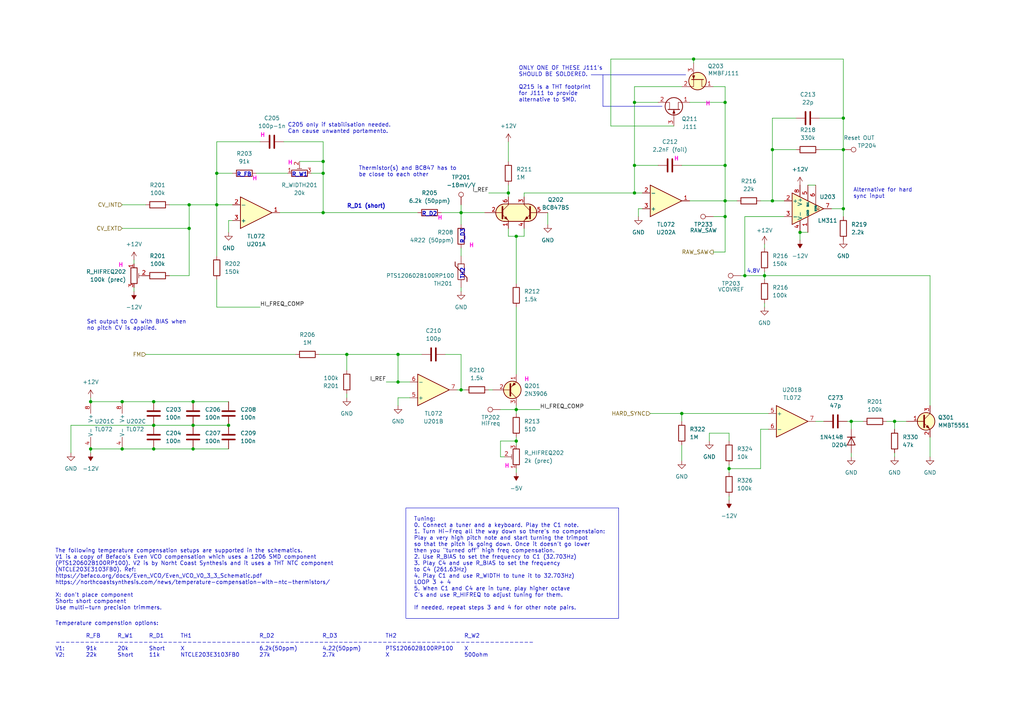
<source format=kicad_sch>
(kicad_sch (version 20231120) (generator "eeschema") (generator_version "8.0")
  (paper "User" 329.997 229.997)
  (title_block (title "VCO Core") (rev "proto v2"))
  (junction (at 69.85 66.04))
  (junction (at 104.14 68.58))
  (junction (at 163.83 62.23))
  (junction (at 219.71 133.35))
  (junction (at 128.27 114.3))
  (junction (at 29.21 129.54))
  (junction (at 60.96 73.66))
  (junction (at 274.32 135.89))
  (junction (at 234.95 151.13))
  (junction (at 104.14 55.88))
  (junction (at 248.92 64.77))
  (junction (at 233.68 69.85))
  (junction (at 39.37 144.78))
  (junction (at 271.78 48.26))
  (junction (at 128.27 123.19))
  (junction (at 49.53 144.78))
  (junction (at 246.38 88.9))
  (junction (at 69.85 55.88))
  (junction (at 73.66 137.16))
  (junction (at 62.23 137.16))
  (junction (at 240.03 88.9))
  (junction (at 257.81 74.93))
  (junction (at 62.23 144.78))
  (junction (at 39.37 129.54))
  (junction (at 223.52 19.05))
  (junction (at 60.96 66.04))
  (junction (at 271.78 67.31))
  (junction (at 49.53 137.16))
  (junction (at 166.37 132.08))
  (junction (at 166.37 142.24))
  (junction (at 104.14 52.07))
  (junction (at 233.68 33.02))
  (junction (at 148.59 68.58))
  (junction (at 29.21 144.78))
  (junction (at 148.59 125.73))
  (junction (at 248.92 48.26))
  (junction (at 62.23 129.54))
  (junction (at 271.78 38.1))
  (junction (at 204.47 53.34))
  (junction (at 111.76 114.3))
  (junction (at 204.47 62.23))
  (junction (at 204.47 33.02))
  (junction (at 288.29 135.89))
  (junction (at 233.68 64.77))
  (junction (at 49.53 129.54))
  (junction (at 233.68 53.34))
  (junction (at 166.37 76.2))
  (wire (pts (xy 54.61 88.9) (xy 60.96 88.9)))
  (wire (pts (xy 43.18 83.82) (xy 43.18 85.09)))
  (wire (pts (xy 228.6 139.7) (xy 234.95 139.7)))
  (wire (pts (xy 248.92 64.77) (xy 252.73 64.77)))
  (wire (pts (xy 104.14 52.07) (xy 104.14 55.88)))
  (wire (pts (xy 49.53 129.54) (xy 62.23 129.54)))
  (wire (pts (xy 204.47 62.23) (xy 207.01 62.23)))
  (wire (pts (xy 246.38 78.74) (xy 246.38 80.01)))
  (wire (pts (xy 233.68 27.94) (xy 233.68 33.02)))
  (wire (pts (xy 143.51 114.3) (xy 148.59 114.3)))
  (wire (pts (xy 234.95 139.7) (xy 234.95 142.24)))
  (wire (pts (xy 264.16 38.1) (xy 271.78 38.1)))
  (polyline (pts (xy 190.5 24.13) (xy 220.98 24.13)))
  (wire (pts (xy 69.85 45.72) (xy 69.85 55.88)))
  (wire (pts (xy 69.85 66.04) (xy 69.85 82.55)))
  (wire (pts (xy 22.86 137.16) (xy 49.53 137.16)))
  (wire (pts (xy 166.37 132.08) (xy 166.37 133.35)))
  (wire (pts (xy 69.85 55.88) (xy 69.85 66.04)))
  (wire (pts (xy 102.87 114.3) (xy 111.76 114.3)))
  (wire (pts (xy 233.68 81.28) (xy 229.87 81.28)))
  (wire (pts (xy 176.53 68.58) (xy 176.53 72.39)))
  (wire (pts (xy 246.38 90.17) (xy 246.38 88.9)))
  (wire (pts (xy 209.55 133.35) (xy 219.71 133.35)))
  (wire (pts (xy 238.76 88.9) (xy 240.03 88.9)))
  (wire (pts (xy 104.14 68.58) (xy 134.62 68.58)))
  (wire (pts (xy 248.92 48.26) (xy 248.92 64.77)))
  (wire (pts (xy 124.46 123.19) (xy 128.27 123.19)))
  (wire (pts (xy 168.91 73.66) (xy 168.91 76.2)))
  (wire (pts (xy 240.03 88.9) (xy 246.38 88.9)))
  (wire (pts (xy 222.25 33.02) (xy 233.68 33.02)))
  (wire (pts (xy 128.27 128.27) (xy 128.27 130.81)))
  (wire (pts (xy 271.78 38.1) (xy 271.78 48.26)))
  (wire (pts (xy 233.68 64.77) (xy 237.49 64.77)))
  (wire (pts (xy 234.95 161.29) (xy 234.95 160.02)))
  (wire (pts (xy 43.18 92.71) (xy 43.18 93.98)))
  (wire (pts (xy 163.83 45.72) (xy 163.83 52.07)))
  (wire (pts (xy 240.03 69.85) (xy 240.03 88.9)))
  (wire (pts (xy 228.6 142.24) (xy 228.6 139.7)))
  (wire (pts (xy 299.72 140.97) (xy 299.72 147.32)))
  (wire (pts (xy 49.53 137.16) (xy 62.23 137.16)))
  (wire (pts (xy 135.89 114.3) (xy 128.27 114.3)))
  (wire (pts (xy 271.78 48.26) (xy 271.78 67.31)))
  (wire (pts (xy 257.81 74.93) (xy 260.35 74.93)))
  (wire (pts (xy 168.91 63.5) (xy 168.91 62.23)))
  (wire (pts (xy 196.85 40.64) (xy 196.85 19.05)))
  (wire (pts (xy 161.29 132.08) (xy 166.37 132.08)))
  (wire (pts (xy 111.76 128.27) (xy 111.76 127)))
  (wire (pts (xy 204.47 33.02) (xy 204.47 53.34)))
  (wire (pts (xy 233.68 69.85) (xy 233.68 81.28)))
  (wire (pts (xy 111.76 114.3) (xy 128.27 114.3)))
  (wire (pts (xy 62.23 137.16) (xy 73.66 137.16)))
  (wire (pts (xy 111.76 114.3) (xy 111.76 119.38)))
  (wire (pts (xy 39.37 144.78) (xy 49.53 144.78)))
  (wire (pts (xy 233.68 53.34) (xy 233.68 64.77)))
  (wire (pts (xy 69.85 99.06) (xy 69.85 90.17)))
  (wire (pts (xy 246.38 97.79) (xy 246.38 99.06)))
  (wire (pts (xy 29.21 128.27) (xy 29.21 129.54)))
  (wire (pts (xy 257.81 77.47) (xy 257.81 74.93)))
  (wire (pts (xy 148.59 92.71) (xy 148.59 93.98)))
  (wire (pts (xy 148.59 68.58) (xy 156.21 68.58)))
  (wire (pts (xy 60.96 66.04) (xy 69.85 66.04)))
  (wire (pts (xy 205.74 67.31) (xy 205.74 69.85)))
  (wire (pts (xy 246.38 87.63) (xy 246.38 88.9)))
  (wire (pts (xy 288.29 135.89) (xy 288.29 138.43)))
  (wire (pts (xy 248.92 38.1) (xy 248.92 48.26)))
  (wire (pts (xy 132.08 128.27) (xy 128.27 128.27)))
  (wire (pts (xy 166.37 140.97) (xy 166.37 142.24)))
  (wire (pts (xy 166.37 142.24) (xy 166.37 143.51)))
  (wire (pts (xy 62.23 129.54) (xy 73.66 129.54)))
  (wire (pts (xy 256.54 48.26) (xy 248.92 48.26)))
  (wire (pts (xy 265.43 135.89) (xy 262.89 135.89)))
  (wire (pts (xy 62.23 144.78) (xy 73.66 144.78)))
  (wire (pts (xy 245.11 64.77) (xy 248.92 64.77)))
  (wire (pts (xy 142.24 68.58) (xy 148.59 68.58)))
  (wire (pts (xy 219.71 133.35) (xy 219.71 135.89)))
  (polyline (pts (xy 194.31 34.29) (xy 213.36 34.29)))
  (wire (pts (xy 39.37 66.04) (xy 46.99 66.04)))
  (wire (pts (xy 256.54 38.1) (xy 248.92 38.1)))
  (wire (pts (xy 74.93 55.88) (xy 69.85 55.88)))
  (wire (pts (xy 273.05 135.89) (xy 274.32 135.89)))
  (wire (pts (xy 163.83 59.69) (xy 163.83 62.23)))
  (wire (pts (xy 148.59 66.04) (xy 148.59 68.58)))
  (wire (pts (xy 271.78 67.31) (xy 271.78 69.85)))
  (wire (pts (xy 245.11 151.13) (xy 245.11 138.43)))
  (wire (pts (xy 219.71 53.34) (xy 233.68 53.34)))
  (wire (pts (xy 73.66 71.12) (xy 73.66 74.93)))
  (wire (pts (xy 29.21 129.54) (xy 39.37 129.54)))
  (wire (pts (xy 148.59 80.01) (xy 148.59 82.55)))
  (wire (pts (xy 69.85 66.04) (xy 74.93 66.04)))
  (wire (pts (xy 39.37 73.66) (xy 60.96 73.66)))
  (wire (pts (xy 246.38 88.9) (xy 299.72 88.9)))
  (wire (pts (xy 234.95 151.13) (xy 245.11 151.13)))
  (wire (pts (xy 60.96 66.04) (xy 60.96 73.66)))
  (wire (pts (xy 233.68 64.77) (xy 222.25 64.77)))
  (wire (pts (xy 204.47 27.94) (xy 219.71 27.94)))
  (wire (pts (xy 104.14 68.58) (xy 104.14 55.88)))
  (wire (pts (xy 161.29 142.24) (xy 166.37 142.24)))
  (wire (pts (xy 54.61 66.04) (xy 60.96 66.04)))
  (wire (pts (xy 161.29 147.32) (xy 161.29 142.24)))
  (wire (pts (xy 128.27 123.19) (xy 132.08 123.19)))
  (wire (pts (xy 234.95 149.86) (xy 234.95 151.13)))
  (wire (pts (xy 166.37 99.06) (xy 166.37 120.65)))
  (polyline (pts (xy 194.31 24.13) (xy 194.31 34.29)))
  (wire (pts (xy 223.52 19.05) (xy 223.52 20.32)))
  (wire (pts (xy 49.53 144.78) (xy 62.23 144.78)))
  (wire (pts (xy 285.75 135.89) (xy 288.29 135.89)))
  (wire (pts (xy 207.01 67.31) (xy 205.74 67.31)))
  (wire (pts (xy 163.83 76.2) (xy 166.37 76.2)))
  (wire (pts (xy 22.86 146.05) (xy 22.86 137.16)))
  (wire (pts (xy 166.37 130.81) (xy 166.37 132.08)))
  (wire (pts (xy 274.32 147.32) (xy 274.32 146.05)))
  (wire (pts (xy 128.27 114.3) (xy 128.27 123.19)))
  (wire (pts (xy 83.82 99.06) (xy 69.85 99.06)))
  (wire (pts (xy 147.32 125.73) (xy 148.59 125.73)))
  (wire (pts (xy 264.16 48.26) (xy 271.78 48.26)))
  (wire (pts (xy 274.32 135.89) (xy 274.32 138.43)))
  (wire (pts (xy 204.47 53.34) (xy 204.47 62.23)))
  (wire (pts (xy 219.71 143.51) (xy 219.71 148.59)))
  (wire (pts (xy 260.35 59.69) (xy 262.89 59.69)))
  (wire (pts (xy 166.37 76.2) (xy 168.91 76.2)))
  (wire (pts (xy 29.21 144.78) (xy 39.37 144.78)))
  (wire (pts (xy 234.95 151.13) (xy 234.95 152.4)))
  (wire (pts (xy 29.21 144.78) (xy 29.21 146.05)))
  (wire (pts (xy 288.29 146.05) (xy 288.29 147.32)))
  (wire (pts (xy 217.17 40.64) (xy 196.85 40.64)))
  (wire (pts (xy 148.59 114.3) (xy 148.59 125.73)))
  (wire (pts (xy 229.87 27.94) (xy 233.68 27.94)))
  (wire (pts (xy 163.83 62.23) (xy 163.83 63.5)))
  (wire (pts (xy 271.78 67.31) (xy 267.97 67.31)))
  (wire (pts (xy 240.03 69.85) (xy 252.73 69.85)))
  (wire (pts (xy 271.78 38.1) (xy 271.78 19.05)))
  (wire (pts (xy 104.14 55.88) (xy 100.33 55.88)))
  (wire (pts (xy 196.85 19.05) (xy 223.52 19.05)))
  (wire (pts (xy 148.59 125.73) (xy 149.86 125.73)))
  (wire (pts (xy 82.55 55.88) (xy 92.71 55.88)))
  (wire (pts (xy 204.47 27.94) (xy 204.47 33.02)))
  (wire (pts (xy 39.37 129.54) (xy 49.53 129.54)))
  (wire (pts (xy 274.32 135.89) (xy 278.13 135.89)))
  (wire (pts (xy 163.83 73.66) (xy 163.83 76.2)))
  (wire (pts (xy 148.59 68.58) (xy 148.59 72.39)))
  (wire (pts (xy 60.96 88.9) (xy 60.96 73.66)))
  (wire (pts (xy 91.44 45.72) (xy 104.14 45.72)))
  (wire (pts (xy 299.72 88.9) (xy 299.72 130.81)))
  (wire (pts (xy 245.11 138.43) (xy 247.65 138.43)))
  (wire (pts (xy 219.71 133.35) (xy 247.65 133.35)))
  (wire (pts (xy 157.48 125.73) (xy 158.75 125.73)))
  (wire (pts (xy 166.37 132.08) (xy 173.99 132.08)))
  (wire (pts (xy 46.99 114.3) (xy 95.25 114.3)))
  (wire (pts (xy 212.09 53.34) (xy 204.47 53.34)))
  (wire (pts (xy 96.52 52.07) (xy 104.14 52.07)))
  (wire (pts (xy 204.47 33.02) (xy 212.09 33.02)))
  (wire (pts (xy 166.37 151.13) (xy 166.37 152.4)))
  (wire (pts (xy 90.17 68.58) (xy 104.14 68.58)))
  (wire (pts (xy 288.29 135.89) (xy 292.1 135.89)))
  (wire (pts (xy 229.87 69.85) (xy 233.68 69.85)))
  (wire (pts (xy 162.56 147.32) (xy 161.29 147.32)))
  (wire (pts (xy 223.52 19.05) (xy 271.78 19.05)))
  (wire (pts (xy 74.93 71.12) (xy 73.66 71.12)))
  (wire (pts (xy 233.68 64.77) (xy 233.68 69.85)))
  (wire (pts (xy 168.91 62.23) (xy 204.47 62.23)))
  (wire (pts (xy 233.68 33.02) (xy 233.68 53.34)))
  (wire (pts (xy 157.48 62.23) (xy 163.83 62.23)))
  (wire (pts (xy 83.82 45.72) (xy 69.85 45.72)))
  (wire (pts (xy 104.14 45.72) (xy 104.14 52.07)))
  (wire (pts (xy 166.37 76.2) (xy 166.37 91.44)))
  (rectangle (start 130.81 163.83) (end 199.39 199.39) (fill (type color) (color 255 255 255 1)))
  (text "H" (at 162.56 151.13 0) (effects (font (size 1.27 1.27) (thickness 0.254) (bold yes)) (justify left bottom)))
  (text "R_D1 (short)" (at 111.76 67.31 0) (effects (font (size 1.27 1.27) (thickness 0.254) (bold yes)) (justify left bottom)))
  (text "R_D2" (at 135.89 69.85 0) (effects (font (size 1.27 1.27) (thickness 0.254) (bold yes)) (justify left bottom)))
  (text "H" (at 92.71 53.34 0) (effects (font (size 1.27 1.27) (thickness 0.254) (bold yes)) (justify left bottom)))
  (text "H" (at 81.28 58.42 0) (effects (font (size 1.27 1.27) (thickness 0.254) (bold yes)) (justify left bottom)))
  (text "The following temperature compensation setups are supported in the schematics.\nV1 is a copy of Befaco's Even VCO compensation which uses a 1206 SMD component \n(PTS120602B100RP100). V2 is by Norht Coast Synthesis and it uses a THT NTC component \n(NTCLE203E3103FB0). Ref:\nhttps://befaco.org/docs/Even_VCO/Even_VCO_V0_3_3_Schematic.pdf\nhttps://northcoastsynthesis.com/news/temperature-compensation-with-ntc-thermistors/\n\nX: don't place component\nShort: short component\nUse multi-turn precision trimmers." (at 17.78 196.85 0) (effects (font (size 1.27 1.27)) (justify left bottom)))
  (text "TH2" (at 149.86 90.17 90) (effects (font (size 1.27 1.27) (thickness 0.254) (bold yes)) (justify left bottom)))
  (text "H" (at 217.17 52.07 0) (effects (font (size 1.27 1.27) (thickness 0.254) (bold yes)) (justify left bottom)))
  (text "H" (at 38.1 86.36 0) (effects (font (size 1.27 1.27) (thickness 0.254) (bold yes)) (justify left bottom)))
  (text "Set output to C0 with BIAS when\nno pitch CV is applied." (at 27.94 106.68 0) (effects (font (size 1.27 1.27)) (justify left bottom)))
  (text "H" (at 227.33 34.29 0) (effects (font (size 1.27 1.27) (thickness 0.254) (bold yes)) (justify left bottom)))
  (text "R_D3" (at 149.86 78.74 90) (effects (font (size 1.27 1.27) (thickness 0.254) (bold yes)) (justify left bottom)))
  (text "H" (at 168.91 123.19 0) (effects (font (size 1.27 1.27) (thickness 0.254) (bold yes)) (justify left bottom)))
  (text "R_FB" (at 76.2 57.15 0) (effects (font (size 1.27 1.27) (thickness 0.254) (bold yes)) (justify left bottom)))
  (text "Alternative for hard \nsync input" (at 274.955 64.135 0) (effects (font (size 1.27 1.27)) (justify left bottom)))
  (text "R_W1" (at 93.98 57.15 0) (effects (font (size 1.27 1.27) (thickness 0.254) (bold yes)) (justify left bottom)))
  (text "H" (at 151.13 80.01 0) (effects (font (size 1.27 1.27) (thickness 0.254) (bold yes)) (justify left bottom)))
  (text "C205 only if stabilisation needed.\nCan cause unwanted portamento." (at 92.71 43.18 0) (effects (font (size 1.27 1.27)) (justify left bottom)))
  (text "ONLY ONE OF THESE J111's\nSHOULD BE SOLDERED.\n\nQ215 is a THT footprint\nfor J111 to provide \nalternative to SMD." (at 167.132 27.178 0) (effects (font (size 1.27 1.27)) (justify left)))
  (text "H" (at 83.82 44.45 0) (effects (font (size 1.27 1.27) (thickness 0.254) (bold yes)) (justify left bottom)))
  (text "Thermistor(s) and BC847 has to \nbe close to each other" (at 115.57 57.15 0) (effects (font (size 1.27 1.27)) (justify left bottom)))
  (text "4.8V" (at 240.665 88.265 0) (effects (font (size 1.27 1.27)) (justify left bottom)))
  (text "H" (at 140.97 71.12 0) (effects (font (size 1.27 1.27) (thickness 0.254) (bold yes)) (justify left bottom)))
  (text "Tuning:\n0. Connect a tuner and a keyboard. Play the C1 note. \n1. Turn Hi-Freq all the way down so there's no compenstaion:\nPlay a very high pitch note and start turning the trimpot\nso that the pitch is going down. Once it doesn't go lower\nthen you \"turned off\" high freq compensation.\n2. Use R_BIAS to set the frequency to C1 (32.703Hz)\n3. Play C4 and use R_BIAS to set the frequency \nto C4 (261.63Hz)\n4. Play C1 and use R_WIDTH to tune it to 32.703Hz)\nLOOP 3 + 4\n5. When C1 and C4 are in tune, play higher octave \nC's and use R_HIFREQ to adjust tuning for them.\n\nIf needed, repeat steps 3 and 4 for other note pairs." (at 133.35 196.85 0) (effects (font (size 1.27 1.27)) (justify left bottom)))
  (text "Temperature compenstion options:\n\n		R_FB	R_W1	R_D1	TH1					R_D2			R_D3			TH2					R_W2\n--------------------------------------------------------------------------------------------------\nV1: 	91k		20k		Short	X					6.2k(50ppm)		4.22(50ppm)		PTS120602B100RP100	X\nV2: 	22k		Short	11k		NTCLE203E3103FB0	27k				2.7k			X					500ohm\n" (at 17.78 212.09 0) (effects (font (size 1.27 1.27)) (justify left bottom)))
  (label "HI_FREQ_COMP" (at 173.99 132.08 0))
  (label "I_REF" (at 124.46 123.19 180))
  (label "HI_FREQ_COMP" (at 83.82 99.06 0))
  (label "I_REF" (at 157.48 62.23 180))
  (hierarchical_label "HARD_SYNC" (shape input) (at 209.55 133.35 180))
  (hierarchical_label "CV_INT" (shape input) (at 39.37 66.04 180))
  (hierarchical_label "RAW_SAW" (shape output) (at 229.87 81.28 180))
  (hierarchical_label "CV_EXT" (shape input) (at 39.37 73.66 180))
  (hierarchical_label "FM" (shape input) (at 46.99 114.3 180))
  (symbol (lib_id "Device:C") (at 49.53 133.35 0) (unit 1)
    (property "Reference" "C203" (at 53.34 132.08 0) (effects (justify left)))
    (property "Value" "100n" (at 53.34 134.62 0) (effects (justify left)))
    (property "Footprint" "Capacitor_SMD:C_0603_1608Metric" (effects (hide yes)))
    (property "LCSC" "C14663" (effects (hide yes)))
    (instances (project "A-psu-voice-proto-4l" (path "" (reference "C203") (unit 1))) (project "core-rev-3" (path "" (reference "C201") (unit 1)) (path "" (reference "C211") (unit 1))) (project "hog-v2-voice-proto" (path "" (reference "C203") (unit 1))))
  )
  (symbol (lib_id "power:+12V") (at 43.18 83.82 0) (unit 1)
    (property "Reference" "#PWR0380" (effects (hide yes)))
    (property "Value" "+12V" (at 43.18 78.74 0))
    (instances (project "core-rev-3" (path "" (reference "#PWR0380") (unit 1)) (path "" (reference "#PWR0381") (unit 1))))
  )
  (symbol (lib_id "PCM_Transistor_BJT_AKL:BC847") (at 297.18 135.89 0) (unit 1)
    (property "Reference" "Q301" (at 302.26 134.62 0) (effects (justify left)))
    (property "Value" "MMBT5551" (at 302.26 137.16 0) (effects (justify left)))
    (property "Footprint" "Package_TO_SOT_SMD:SOT-23" (effects (hide yes)))
    (property "Datasheet" "https://datasheet.lcsc.com/lcsc/2304140030_Jiangsu-Changjing-Electronics-Technology-Co---Ltd--MMBT5551_C2145.pdf" (effects (hide yes)))
    (property "LCSC" "C2145" (effects (hide yes)))
    (instances (project "A-psu-voice-proto-4l" (path "" (reference "Q301") (unit 1))) (project "core-rev-3" (path "" (reference "Q213") (unit 1)) (path "" (reference "Q214") (unit 1))))
  )
  (symbol (lib_id "Device:R") (at 138.43 68.58 90) (unit 1) (in_bom no)
    (property "Reference" "R205" (at 138.43 62.23 90))
    (property "Value" "6.2k (50ppm)" (at 138.43 64.77 90))
    (property "Footprint" "Shmoergh_Custom_Footprints:R_Axial_DIN0207_L6.3mm_D2.5mm_P7.62mm_Horizontal" (effects (hide yes)))
    (property "Hestore" "https://www.hestore.hu/prod_10020536.html" (effects (hide yes)))
    (instances (project "A-psu-voice-proto-4l" (path "" (reference "R205") (unit 1))) (project "core-rev-3" (path "" (reference "R204") (unit 1)) (path "" (reference "R219") (unit 1))) (project "hog-v2-voice-proto" (path "" (reference "R205") (unit 1))))
  )
  (symbol (lib_id "Device:C") (at 49.53 140.97 0) (unit 1)
    (property "Reference" "C204" (at 53.34 139.7 0) (effects (justify left)))
    (property "Value" "100n" (at 53.34 142.24 0) (effects (justify left)))
    (property "Footprint" "Capacitor_SMD:C_0603_1608Metric" (effects (hide yes)))
    (property "LCSC" "C14663" (effects (hide yes)))
    (instances (project "A-psu-voice-proto-4l" (path "" (reference "C204") (unit 1))) (project "core-rev-3" (path "" (reference "C202") (unit 1)) (path "" (reference "C212") (unit 1))) (project "hog-v2-voice-proto" (path "" (reference "C204") (unit 1))))
  )
  (symbol (lib_id "Connector:TestPoint") (at 271.78 48.26 270) (unit 1) (in_bom no)
    (property "Reference" "TP204" (at 279.4 46.99 90))
    (property "Value" "Reset OUT" (at 276.86 44.45 90))
    (property "Footprint" "TestPoint:TestPoint_THTPad_2.0x2.0mm_Drill1.0mm" (effects (hide yes)))
    (instances (project "core-rev-3" (path "" (reference "TP204") (unit 1)) (path "" (reference "TP208") (unit 1))))
  )
  (symbol (lib_id "power:GND") (at 22.86 146.05 0) (unit 1)
    (property "Reference" "#PWR039" (effects (hide yes)))
    (property "Value" "GND" (at 22.86 151.13 0))
    (instances (project "A-psu-voice-proto-4l" (path "" (reference "#PWR039") (unit 1))) (project "core-rev-3" (path "" (reference "#PWR0212") (unit 1)) (path "" (reference "#PWR0229") (unit 1))) (project "hog-v2-voice-proto" (path "" (reference "#PWR0201") (unit 1))))
  )
  (symbol (lib_id "PCM_Transistor_BJT_AKL:BC847BS") (at 166.37 68.58 0) (unit 1)
    (property "Reference" "Q202" (at 179.07 64.3891 0))
    (property "Value" "BC847BS" (at 179.07 66.9291 0))
    (property "Footprint" "Package_TO_SOT_SMD:SOT-363_SC-70-6_Handsoldering" (effects (hide yes)))
    (property "Datasheet" "https://www.tme.eu/Document/82748fbc26f250e671ae2786c3be5a04/BC847BS.115.pdf" (effects (hide yes)))
    (property "LCSC" "C699265" (effects (hide yes)))
    (instances (project "A-psu-voice-proto-4l" (path "" (reference "Q202") (unit 1))) (project "core-rev-3" (path "" (reference "Q202") (unit 1)) (path "" (reference "Q205") (unit 1))) (project "hog-v2-voice-proto" (path "" (reference "Q202") (unit 1))))
  )
  (symbol (lib_id "Device:C") (at 269.24 135.89 90) (unit 1)
    (property "Reference" "C273" (at 269.24 128.27 90))
    (property "Value" "47p" (at 269.24 130.81 90))
    (property "Footprint" "Capacitor_SMD:C_0603_1608Metric" (effects (hide yes)))
    (property "LCSC" "C1671" (effects (hide yes)))
    (instances (project "core-rev-3" (path "" (reference "C273") (unit 1)) (path "" (reference "C274") (unit 1))))
  )
  (symbol (lib_id "Device:C") (at 62.23 133.35 0) (unit 1)
    (property "Reference" "C206" (at 66.04 132.08 0) (effects (justify left)))
    (property "Value" "100n" (at 66.04 134.62 0) (effects (justify left)))
    (property "Footprint" "Capacitor_SMD:C_0603_1608Metric" (effects (hide yes)))
    (property "LCSC" "C14663" (effects (hide yes)))
    (instances (project "A-psu-voice-proto-4l" (path "" (reference "C206") (unit 1))) (project "core-rev-3" (path "" (reference "C203") (unit 1)) (path "" (reference "C213") (unit 1))) (project "hog-v2-voice-proto" (path "" (reference "C206") (unit 1))))
  )
  (symbol (lib_id "power:GND") (at 148.59 93.98 0) (unit 1)
    (property "Reference" "#PWR049" (effects (hide yes)))
    (property "Value" "GND" (at 148.59 99.06 0))
    (instances (project "A-psu-voice-proto-4l" (path "" (reference "#PWR049") (unit 1))) (project "core-rev-3" (path "" (reference "#PWR0216") (unit 1)) (path "" (reference "#PWR0233") (unit 1))) (project "hog-v2-voice-proto" (path "" (reference "#PWR0211") (unit 1))))
  )
  (symbol (lib_id "Device:R") (at 246.38 83.82 180) (unit 1)
    (property "Reference" "R216" (at 248.92 82.55 0) (effects (justify right)))
    (property "Value" "150k" (at 248.92 85.09 0) (effects (justify right)))
    (property "Footprint" "Resistor_SMD:R_0603_1608Metric" (effects (hide yes)))
    (property "LCSC" "C22807" (effects (hide yes)))
    (instances (project "A-psu-voice-proto-4l" (path "" (reference "R216") (unit 1))) (project "core-rev-3" (path "" (reference "R212") (unit 1)) (path "" (reference "R227") (unit 1))) (project "hog-v2-voice-proto" (path "" (reference "R216") (unit 1))))
  )
  (symbol (lib_id "power:GND") (at 176.53 72.39 0) (unit 1)
    (property "Reference" "#PWR055" (effects (hide yes)))
    (property "Value" "GND" (at 176.53 77.47 0))
    (instances (project "A-psu-voice-proto-4l" (path "" (reference "#PWR055") (unit 1))) (project "core-rev-3" (path "" (reference "#PWR0221") (unit 1)) (path "" (reference "#PWR0238") (unit 1))) (project "hog-v2-voice-proto" (path "" (reference "#PWR0217") (unit 1))))
  )
  (symbol (lib_id "Device:R") (at 241.3 64.77 90) (unit 1)
    (property "Reference" "R216" (at 241.3 58.42 90))
    (property "Value" "22k" (at 241.3 60.96 90))
    (property "Footprint" "Resistor_SMD:R_0603_1608Metric" (effects (hide yes)))
    (property "LCSC" "C31850" (effects (hide yes)))
    (instances (project "A-psu-voice-proto-4l" (path "" (reference "R216") (unit 1))) (project "core-rev-3" (path "" (reference "R211") (unit 1)) (path "" (reference "R226") (unit 1))) (project "hog-v2-voice-proto" (path "" (reference "R216") (unit 1))))
  )
  (symbol (lib_id "Device:R_Potentiometer_Trim") (at 166.37 147.32 180) (unit 1) (in_bom no)
    (property "Reference" "R_HIFREQ202" (at 168.91 146.05 0) (effects (justify right)))
    (property "Value" "2k (prec)" (at 168.91 148.59 0) (effects (justify right)))
    (property "Footprint" "Potentiometer_THT:Potentiometer_Bourns_3006P_Horizontal" (effects (hide yes)))
    (property "Arwill" "https://arwill.hu/termekek/passziv-alkatreszek/trimmer-potmeterek/7401/2-2k-helitrimmer-potmeter-198436/" (effects (hide yes)))
    (instances (project "A-psu-voice-proto-4l" (path "" (reference "R_HIFREQ202") (unit 1))) (project "core-rev-3" (path "" (reference "R_HIFREQ201") (unit 1)) (path "" (reference "R_HIFREQ202") (unit 1))) (project "hog-v2-voice-proto" (path "" (reference "R_HIFREQ202") (unit 1))))
  )
  (symbol (lib_id "Device:R") (at 111.76 123.19 180) (unit 1)
    (property "Reference" "R201" (at 106.68 124.46 0))
    (property "Value" "100k" (at 106.68 121.92 0))
    (property "Footprint" "Resistor_SMD:R_0603_1608Metric" (effects (hide yes)))
    (property "LCSC" "C25803" (effects (hide yes)))
    (instances (project "A-psu-voice-proto-4l" (path "" (reference "R201") (unit 1))) (project "core-rev-3" (path "" (reference "R339") (unit 1)) (path "" (reference "R340") (unit 1))) (project "hog-v2-voice-proto" (path "" (reference "R201") (unit 1))))
  )
  (symbol (lib_id "Device:R_Potentiometer_Trim") (at 96.52 55.88 90) (unit 1) (in_bom no)
    (property "Reference" "R_WIDTH201" (at 96.52 59.69 90))
    (property "Value" "20k" (at 96.52 62.23 90))
    (property "Footprint" "Potentiometer_THT:Potentiometer_Bourns_3006P_Horizontal" (effects (hide yes)))
    (property "Arwill" "https://arwill.hu/termekek/passziv-alkatreszek/trimmer-potmeterek/7401/20k-helitrimmer-potmeter-850118/" (effects (hide yes)))
    (instances (project "A-psu-voice-proto-4l" (path "" (reference "R_WIDTH201") (unit 1))) (project "core-rev-3" (path "" (reference "R_WIDTH201") (unit 1)) (path "" (reference "R_WIDTH202") (unit 1))) (project "hog-v2-voice-proto" (path "" (reference "R_WIDTH201") (unit 1))))
  )
  (symbol (lib_id "Device:R_Potentiometer_Trim") (at 43.18 88.9 0) (unit 1) (in_bom no)
    (property "Reference" "R_HIFREQ202" (at 40.64 87.63 0) (effects (justify right)))
    (property "Value" "100k (prec)" (at 40.64 90.17 0) (effects (justify right)))
    (property "Footprint" "Potentiometer_THT:Potentiometer_Bourns_3006P_Horizontal" (effects (hide yes)))
    (property "Arwill" "https://arwill.hu/termekek/passziv-alkatreszek/trimmer-potmeterek/7401/2-2k-helitrimmer-potmeter-198436/" (effects (hide yes)))
    (instances (project "A-psu-voice-proto-4l" (path "" (reference "R_HIFREQ202") (unit 1))) (project "core-rev-3" (path "" (reference "R_BIAS203") (unit 1)) (path "" (reference "R_BIAS201") (unit 1))) (project "hog-v2-voice-proto" (path "" (reference "R_HIFREQ202") (unit 1))))
  )
  (symbol (lib_id "Device:R") (at 148.59 76.2 0) (unit 1) (in_bom no)
    (property "Reference" "R208" (at 140.97 74.93 0) (effects (justify left)))
    (property "Value" "4R22 (50ppm)" (at 132.08 77.47 0) (effects (justify left)))
    (property "Footprint" "Shmoergh_Custom_Footprints:R_Axial_DIN0207_L6.3mm_D2.5mm_P7.62mm_Horizontal" (effects (hide yes)))
    (property "Hestore" "https://www.hestore.hu/prod_10034264.html" (effects (hide yes)))
    (property "Mouser" "https://hu.mouser.com/ProductDetail/YAGEO/MFR50SFTE52-4R22?qs=UFD7vfw3J8rJKelB1vtMtA%3D%3D" (effects (hide yes)))
    (instances (project "A-psu-voice-proto-4l" (path "" (reference "R208") (unit 1))) (project "core-rev-3" (path "" (reference "R206") (unit 1)) (path "" (reference "R221") (unit 1))) (project "hog-v2-voice-proto" (path "" (reference "R208") (unit 1))))
  )
  (symbol (lib_id "Amplifier_Operational:TL072") (at 41.91 137.16 0) (unit 3)
    (property "Reference" "U202" (at 40.64 135.89 0) (effects (justify left)))
    (property "Value" "TL072" (at 40.64 138.43 0) (effects (justify left)))
    (property "Footprint" "Package_SO:SOIC-8_3.9x4.9mm_P1.27mm" (effects (hide yes)))
    (property "Datasheet" "http://www.ti.com/lit/ds/symlink/tl071.pdf" (effects (hide yes)))
    (property "LCSC" "C6961" (effects (hide yes)))
    (instances (project "A-psu-voice-proto-4l" (path "" (reference "U202") (unit 3))) (project "core-rev-3" (path "" (reference "U202") (unit 3)) (path "" (reference "U205") (unit 3))) (project "hog-v2-voice-proto" (path "" (reference "U202") (unit 3))))
  )
  (symbol (lib_id "Device:R") (at 234.95 146.05 0) (unit 1)
    (property "Reference" "R324" (at 237.49 144.78 0) (effects (justify left)))
    (property "Value" "10k" (at 237.49 147.32 0) (effects (justify left)))
    (property "Footprint" "Resistor_SMD:R_0603_1608Metric" (effects (hide yes)))
    (property "LCSC" "C25804" (effects (hide yes)))
    (instances (project "core-rev-3" (path "" (reference "R324") (unit 1)) (path "" (reference "R325") (unit 1))))
  )
  (symbol (lib_id "Device:R") (at 166.37 137.16 0) (unit 1)
    (property "Reference" "R213" (at 168.91 135.89 0) (effects (justify left)))
    (property "Value" "510" (at 168.91 138.43 0) (effects (justify left)))
    (property "Footprint" "Resistor_SMD:R_0603_1608Metric" (effects (hide yes)))
    (property "LCSC" "C23193" (effects (hide yes)))
    (instances (project "A-psu-voice-proto-4l" (path "" (reference "R213") (unit 1))) (project "core-rev-3" (path "" (reference "R210") (unit 1)) (path "" (reference "R225") (unit 1))) (project "hog-v2-voice-proto" (path "" (reference "R213") (unit 1))))
  )
  (symbol (lib_id "power:-12V") (at 29.21 146.05 180) (unit 1)
    (property "Reference" "#PWR041" (effects (hide yes)))
    (property "Value" "-12V" (at 29.21 151.13 0))
    (instances (project "A-psu-voice-proto-4l" (path "" (reference "#PWR041") (unit 1))) (project "core-rev-3" (path "" (reference "#PWR0214") (unit 1)) (path "" (reference "#PWR0231") (unit 1))) (project "hog-v2-voice-proto" (path "" (reference "#PWR0203") (unit 1))))
  )
  (symbol (lib_id "Device:R") (at 78.74 55.88 90) (unit 1) (in_bom no)
    (property "Reference" "R203" (at 78.74 49.53 90))
    (property "Value" "91k" (at 78.74 52.07 90))
    (property "Footprint" "Shmoergh_Custom_Footprints:R_Axial_DIN0207_L6.3mm_D2.5mm_P7.62mm_Horizontal" (effects (hide yes)))
    (property "Hestore" "https://www.hestore.hu/prod_10020570.html" (effects (hide yes)))
    (instances (project "A-psu-voice-proto-4l" (path "" (reference "R203") (unit 1))) (project "core-rev-3" (path "" (reference "R203") (unit 1)) (path "" (reference "R218") (unit 1))) (project "hog-v2-voice-proto" (path "" (reference "R203") (unit 1))))
  )
  (symbol (lib_id "Connector:TestPoint") (at 161.29 132.08 90) (unit 1) (in_bom no)
    (property "Reference" "TP202" (at 158.115 134.62 90))
    (property "Value" "HiFreq" (at 158.115 136.525 90))
    (property "Footprint" "TestPoint:TestPoint_THTPad_2.0x2.0mm_Drill1.0mm" (effects (hide yes)))
    (instances (project "core-rev-3" (path "" (reference "TP202") (unit 1)) (path "" (reference "TP206") (unit 1))))
  )
  (symbol (lib_id "power:+12V") (at 163.83 45.72 0) (unit 1)
    (property "Reference" "#PWR054" (effects (hide yes)))
    (property "Value" "+12V" (at 163.83 40.64 0))
    (instances (project "A-psu-voice-proto-4l" (path "" (reference "#PWR054") (unit 1))) (project "core-rev-3" (path "" (reference "#PWR0220") (unit 1)) (path "" (reference "#PWR0237") (unit 1))) (project "hog-v2-voice-proto" (path "" (reference "#PWR0216") (unit 1))))
  )
  (symbol (lib_id "power:-12V") (at 234.95 161.29 180) (unit 1)
    (property "Reference" "#PWR0388" (effects (hide yes)))
    (property "Value" "-12V" (at 234.95 166.37 0))
    (instances (project "core-rev-3" (path "" (reference "#PWR0388") (unit 1)) (path "" (reference "#PWR0389") (unit 1))))
  )
  (symbol (lib_id "power:-12V") (at 257.81 77.47 180) (unit 1)
    (property "Reference" "#PWR041" (effects (hide yes)))
    (property "Value" "-12V" (at 257.81 82.55 0))
    (instances (project "A-psu-voice-proto-4l" (path "" (reference "#PWR041") (unit 1))) (project "core-rev-3" (path "" (reference "#PWR0226") (unit 1)) (path "" (reference "#PWR0243") (unit 1))) (project "hog-v2-voice-proto" (path "" (reference "#PWR0203") (unit 1))))
  )
  (symbol (lib_id "Device:C") (at 139.7 114.3 90) (unit 1)
    (property "Reference" "C210" (at 139.7 106.68 90))
    (property "Value" "100p" (at 139.7 109.22 90))
    (property "Footprint" "Capacitor_SMD:C_0603_1608Metric" (effects (hide yes)))
    (property "LCSC" "C14858" (effects (hide yes)))
    (instances (project "A-psu-voice-proto-4l" (path "" (reference "C210") (unit 1))) (project "core-rev-3" (path "" (reference "C208") (unit 1)) (path "" (reference "C218") (unit 1))) (project "hog-v2-voice-proto" (path "" (reference "C210") (unit 1))))
  )
  (symbol (lib_id "power:+12V") (at 29.21 128.27 0) (unit 1)
    (property "Reference" "#PWR040" (effects (hide yes)))
    (property "Value" "+12V" (at 29.21 123.19 0))
    (instances (project "A-psu-voice-proto-4l" (path "" (reference "#PWR040") (unit 1))) (project "core-rev-3" (path "" (reference "#PWR0213") (unit 1)) (path "" (reference "#PWR0230") (unit 1))) (project "hog-v2-voice-proto" (path "" (reference "#PWR0202") (unit 1))))
  )
  (symbol (lib_id "Device:C") (at 215.9 53.34 90) (unit 1) (in_bom no)
    (property "Reference" "C212" (at 215.9 45.72 90))
    (property "Value" "2.2nF (foil)" (at 215.9 48.26 90))
    (property "Footprint" "Capacitor_THT:C_Rect_L7.2mm_W2.5mm_P5.00mm_FKS2_FKP2_MKS2_MKP2" (effects (hide yes)))
    (property "Hestore" "https://www.hestore.hu/prod_10022498.html" (effects (hide yes)))
    (instances (project "A-psu-voice-proto-4l" (path "" (reference "C212") (unit 1))) (project "core-rev-3" (path "" (reference "C209") (unit 1)) (path "" (reference "C219") (unit 1))) (project "hog-v2-voice-proto" (path "" (reference "C212") (unit 1))))
  )
  (symbol (lib_id "Amplifier_Operational:TL072") (at 214.63 64.77 0) (mirror x) (unit 1)
    (property "Reference" "U202" (at 214.63 74.93 0))
    (property "Value" "TL072" (at 214.63 72.39 0))
    (property "Footprint" "Package_SO:SOIC-8_3.9x4.9mm_P1.27mm" (effects (hide yes)))
    (property "Datasheet" "http://www.ti.com/lit/ds/symlink/tl071.pdf" (effects (hide yes)))
    (property "LCSC" "C6961" (effects (hide yes)))
    (instances (project "A-psu-voice-proto-4l" (path "" (reference "U202") (unit 1))) (project "core-rev-3" (path "" (reference "U202") (unit 1)) (path "" (reference "U205") (unit 1))) (project "hog-v2-voice-proto" (path "" (reference "U202") (unit 1))))
  )
  (symbol (lib_id "Device:R") (at 50.8 66.04 90) (unit 1)
    (property "Reference" "R201" (at 50.8 59.69 90))
    (property "Value" "100k" (at 50.8 62.23 90))
    (property "Footprint" "Resistor_SMD:R_0603_1608Metric" (effects (hide yes)))
    (property "LCSC" "C25803" (effects (hide yes)))
    (instances (project "A-psu-voice-proto-4l" (path "" (reference "R201") (unit 1))) (project "core-rev-3" (path "" (reference "R201") (unit 1)) (path "" (reference "R216") (unit 1))) (project "hog-v2-voice-proto" (path "" (reference "R201") (unit 1))))
  )
  (symbol (lib_id "Amplifier_Operational:TL072") (at 82.55 68.58 0) (mirror x) (unit 1)
    (property "Reference" "U201" (at 82.55 78.74 0))
    (property "Value" "TL072" (at 82.55 76.2 0))
    (property "Footprint" "Package_SO:SOIC-8_3.9x4.9mm_P1.27mm" (effects (hide yes)))
    (property "Datasheet" "http://www.ti.com/lit/ds/symlink/tl071.pdf" (effects (hide yes)))
    (property "LCSC" "C6961" (effects (hide yes)))
    (instances (project "A-psu-voice-proto-4l" (path "" (reference "U201") (unit 1))) (project "core-rev-3" (path "" (reference "U201") (unit 1)) (path "" (reference "U204") (unit 1))) (project "hog-v2-voice-proto" (path "" (reference "U201") (unit 1))))
  )
  (symbol (lib_id "Connector:TestPoint") (at 238.76 88.9 90) (unit 1) (in_bom no)
    (property "Reference" "TP203" (at 235.585 91.44 90))
    (property "Value" "VCOVREF" (at 235.585 93.345 90))
    (property "Footprint" "TestPoint:TestPoint_THTPad_2.0x2.0mm_Drill1.0mm" (effects (hide yes)))
    (instances (project "core-rev-3" (path "" (reference "TP203") (unit 1)) (path "" (reference "TP207") (unit 1))))
  )
  (symbol (lib_id "Device:R") (at 271.78 73.66 0) (unit 1)
    (property "Reference" "R219" (at 274.32 72.39 0) (effects (justify left)))
    (property "Value" "2.2k" (at 274.32 74.93 0) (effects (justify left)))
    (property "Footprint" "Resistor_SMD:R_0603_1608Metric" (effects (hide yes)))
    (property "LCSC" "C4190" (effects (hide yes)))
    (instances (project "A-psu-voice-proto-4l" (path "" (reference "R219") (unit 1))) (project "core-rev-3" (path "" (reference "R215") (unit 1)) (path "" (reference "R230") (unit 1))) (project "hog-v2-voice-proto" (path "" (reference "R219") (unit 1))))
  )
  (symbol (lib_id "Comparator:LM311") (at 260.35 67.31 0) (unit 1)
    (property "Reference" "U203" (at 266.7 63.5 0))
    (property "Value" "LM311" (at 266.7 71.12 0))
    (property "Footprint" "Package_SO:SOIC-8_3.9x4.9mm_P1.27mm" (effects (hide yes)))
    (property "Datasheet" "https://www.st.com/resource/en/datasheet/lm311.pdf" (effects (hide yes)))
    (property "LCSC" "C12597" (effects (hide yes)))
    (instances (project "core-rev-3" (path "" (reference "U203") (unit 1)) (path "" (reference "U206") (unit 1))))
  )
  (symbol (lib_id "Device:Thermistor") (at 148.59 87.63 0) (unit 1) (in_bom no)
    (property "Reference" "TH201" (at 139.7 91.44 0) (effects (justify left)))
    (property "Value" "PTS120602B100RP100" (at 124.46 88.9 0) (effects (justify left)))
    (property "Footprint" "Resistor_SMD:R_1206_3216Metric_Pad1.30x1.75mm_HandSolder" (effects (hide yes)))
    (property "Mouser" "https://hu.mouser.com/ProductDetail/594-PTS120601B100RP" (effects (hide yes)))
    (instances (project "A-psu-voice-proto-4l" (path "" (reference "TH201") (unit 1))) (project "core-rev-3" (path "" (reference "TH201") (unit 1)) (path "" (reference "TH202") (unit 1))) (project "hog-v2-voice-proto" (path "" (reference "TH201") (unit 1))))
  )
  (symbol (lib_id "PCM_Transistor_BJT_AKL:2N3906") (at 163.83 125.73 0) (unit 1) (in_bom no)
    (property "Reference" "Q201" (at 168.91 124.46 0) (effects (justify left)))
    (property "Value" "2N3906" (at 168.91 127 0) (effects (justify left)))
    (property "Footprint" "Package_TO_SOT_THT:TO-92L_Inline_Wide" (effects (hide yes)))
    (property "Datasheet" "https://www.tme.eu/Document/1d69ece8147fa5a64114d103f531c790/2N3906BU.pdf" (effects (hide yes)))
    (instances (project "A-psu-voice-proto-4l" (path "" (reference "Q201") (unit 1))) (project "core-rev-3" (path "" (reference "Q201") (unit 1)) (path "" (reference "Q204") (unit 1))) (project "hog-v2-voice-proto" (path "" (reference "Q201") (unit 1))))
  )
  (symbol (lib_id "power:GND") (at 73.66 74.93 0) (unit 1)
    (property "Reference" "#PWR048" (effects (hide yes)))
    (property "Value" "GND" (at 73.66 80.01 0))
    (instances (project "A-psu-voice-proto-4l" (path "" (reference "#PWR048") (unit 1))) (project "core-rev-3" (path "" (reference "#PWR0215") (unit 1)) (path "" (reference "#PWR0232") (unit 1))) (project "hog-v2-voice-proto" (path "" (reference "#PWR0210") (unit 1))))
  )
  (symbol (lib_id "power:GND") (at 219.71 148.59 0) (unit 1)
    (property "Reference" "#PWR0384" (effects (hide yes)))
    (property "Value" "GND" (at 219.71 153.67 0))
    (instances (project "core-rev-3" (path "" (reference "#PWR0384") (unit 1)) (path "" (reference "#PWR0385") (unit 1))))
  )
  (symbol (lib_id "Connector:TestPoint") (at 148.59 66.04 0) (unit 1) (in_bom no)
    (property "Reference" "TP201" (at 148.59 57.15 0))
    (property "Value" "-18mV/V" (at 148.59 59.69 0))
    (property "Footprint" "TestPoint:TestPoint_THTPad_2.0x2.0mm_Drill1.0mm" (effects (hide yes)))
    (instances (project "core-rev-3" (path "" (reference "TP201") (unit 1)) (path "" (reference "TP205") (unit 1))))
  )
  (symbol (lib_id "power:GND") (at 228.6 142.24 0) (unit 1)
    (property "Reference" "#PWR0386" (effects (hide yes)))
    (property "Value" "GND" (at 228.6 147.32 0))
    (instances (project "core-rev-3" (path "" (reference "#PWR0386") (unit 1)) (path "" (reference "#PWR0387") (unit 1))))
  )
  (symbol (lib_id "Device:R") (at 281.94 135.89 90) (unit 1)
    (property "Reference" "R201" (at 281.94 129.54 90))
    (property "Value" "100k" (at 281.94 132.08 90))
    (property "Footprint" "Resistor_SMD:R_0603_1608Metric" (effects (hide yes)))
    (property "LCSC" "C25803" (effects (hide yes)))
    (instances (project "A-psu-voice-proto-4l" (path "" (reference "R201") (unit 1))) (project "core-rev-3" (path "" (reference "R328") (unit 1)) (path "" (reference "R329") (unit 1))) (project "hog-v2-voice-proto" (path "" (reference "R201") (unit 1))))
  )
  (symbol (lib_id "Transistor_FET:MMBFJ111") (at 217.17 35.56 270) (mirror x) (unit 1) (in_bom no)
    (property "Reference" "Q211" (at 222.25 38.354 90))
    (property "Value" "J111" (at 222.25 40.894 90))
    (property "Footprint" "Package_TO_SOT_THT:TO-92_Inline_Wide" (effects (hide yes)))
    (property "Mouser" "512-J111" (effects (hide yes)))
    (instances (project "" (path "" (reference "Q211") (unit 1)) (path "" (reference "Q215") (unit 1))))
  )
  (symbol (lib_id "power:GND") (at 205.74 69.85 0) (unit 1)
    (property "Reference" "#PWR058" (effects (hide yes)))
    (property "Value" "GND" (at 205.74 74.93 0))
    (instances (project "A-psu-voice-proto-4l" (path "" (reference "#PWR058") (unit 1))) (project "core-rev-3" (path "" (reference "#PWR0222") (unit 1)) (path "" (reference "#PWR0239") (unit 1))) (project "hog-v2-voice-proto" (path "" (reference "#PWR0220") (unit 1))))
  )
  (symbol (lib_id "Device:R") (at 50.8 88.9 90) (unit 1)
    (property "Reference" "R201" (at 50.8 82.55 90))
    (property "Value" "100k" (at 50.8 85.09 90))
    (property "Footprint" "Resistor_SMD:R_0603_1608Metric" (effects (hide yes)))
    (property "LCSC" "C25803" (effects (hide yes)))
    (instances (project "A-psu-voice-proto-4l" (path "" (reference "R201") (unit 1))) (project "core-rev-3" (path "" (reference "R318") (unit 1)) (path "" (reference "R319") (unit 1))) (project "hog-v2-voice-proto" (path "" (reference "R201") (unit 1))))
  )
  (symbol (lib_id "power:-12V") (at 43.18 93.98 180) (unit 1)
    (property "Reference" "#PWR0382" (effects (hide yes)))
    (property "Value" "-12V" (at 43.18 99.06 0))
    (instances (project "core-rev-3" (path "" (reference "#PWR0382") (unit 1)) (path "" (reference "#PWR0383") (unit 1))))
  )
  (symbol (lib_id "power:GND") (at 288.29 147.32 0) (unit 1)
    (property "Reference" "#PWR0392" (effects (hide yes)))
    (property "Value" "GND" (at 288.29 152.4 0))
    (instances (project "core-rev-3" (path "" (reference "#PWR0392") (unit 1)) (path "" (reference "#PWR0393") (unit 1))))
  )
  (symbol (lib_id "Amplifier_Operational:TL072") (at 31.75 137.16 0) (unit 3)
    (property "Reference" "U201" (at 30.48 135.89 0) (effects (justify left)))
    (property "Value" "TL072" (at 30.48 138.43 0) (effects (justify left)))
    (property "Footprint" "Package_SO:SOIC-8_3.9x4.9mm_P1.27mm" (effects (hide yes)))
    (property "Datasheet" "http://www.ti.com/lit/ds/symlink/tl071.pdf" (effects (hide yes)))
    (property "LCSC" "C6961" (effects (hide yes)))
    (instances (project "A-psu-voice-proto-4l" (path "" (reference "U201") (unit 3))) (project "core-rev-3" (path "" (reference "U201") (unit 3)) (path "" (reference "U204") (unit 3))) (project "hog-v2-voice-proto" (path "" (reference "U201") (unit 3))))
  )
  (symbol (lib_id "power:+12V") (at 257.81 59.69 0) (unit 1)
    (property "Reference" "#PWR060" (effects (hide yes)))
    (property "Value" "+12V" (at 257.81 54.61 0))
    (instances (project "A-psu-voice-proto-4l" (path "" (reference "#PWR060") (unit 1))) (project "core-rev-3" (path "" (reference "#PWR0225") (unit 1)) (path "" (reference "#PWR0242") (unit 1))) (project "hog-v2-voice-proto" (path "" (reference "#PWR0222") (unit 1))))
  )
  (symbol (lib_id "Device:R") (at 166.37 95.25 0) (unit 1)
    (property "Reference" "R212" (at 168.91 93.98 0) (effects (justify left)))
    (property "Value" "1.5k" (at 168.91 96.52 0) (effects (justify left)))
    (property "Footprint" "Resistor_SMD:R_0603_1608Metric" (effects (hide yes)))
    (property "LCSC" "C22843" (effects (hide yes)))
    (instances (project "A-psu-voice-proto-4l" (path "" (reference "R212") (unit 1))) (project "core-rev-3" (path "" (reference "R209") (unit 1)) (path "" (reference "R224") (unit 1))) (project "hog-v2-voice-proto" (path "" (reference "R212") (unit 1))))
  )
  (symbol (lib_id "Device:R") (at 69.85 86.36 0) (unit 1)
    (property "Reference" "R202" (at 72.39 85.09 0) (effects (justify left)))
    (property "Value" "150k" (at 72.39 87.63 0) (effects (justify left)))
    (property "Footprint" "Resistor_SMD:R_0603_1608Metric" (effects (hide yes)))
    (property "LCSC" "C22807" (effects (hide yes)))
    (instances (project "A-psu-voice-proto-4l" (path "" (reference "R202") (unit 1))) (project "core-rev-3" (path "" (reference "R202") (unit 1)) (path "" (reference "R217") (unit 1))) (project "hog-v2-voice-proto" (path "" (reference "R202") (unit 1))))
  )
  (symbol (lib_id "Device:R") (at 234.95 156.21 0) (unit 1)
    (property "Reference" "R326" (at 237.49 154.94 0) (effects (justify left)))
    (property "Value" "100k" (at 237.49 157.48 0) (effects (justify left)))
    (property "Footprint" "Resistor_SMD:R_0603_1608Metric" (effects (hide yes)))
    (property "LCSC" "C25803" (effects (hide yes)))
    (instances (project "core-rev-3" (path "" (reference "R326") (unit 1)) (path "" (reference "R327") (unit 1))))
  )
  (symbol (lib_id "Device:C") (at 260.35 38.1 90) (unit 1)
    (property "Reference" "C213" (at 260.35 30.48 90))
    (property "Value" "22p" (at 260.35 33.02 90))
    (property "Footprint" "Capacitor_SMD:C_0603_1608Metric" (effects (hide yes)))
    (property "LCSC" "C1653" (effects (hide yes)))
    (instances (project "A-psu-voice-proto-4l" (path "" (reference "C213") (unit 1))) (project "core-rev-3" (path "" (reference "C210") (unit 1)) (path "" (reference "C220") (unit 1))) (project "hog-v2-voice-proto" (path "" (reference "C213") (unit 1))))
  )
  (symbol (lib_id "Device:R") (at 246.38 93.98 180) (unit 1)
    (property "Reference" "R216" (at 248.92 92.71 0) (effects (justify right)))
    (property "Value" "100k" (at 248.92 95.25 0) (effects (justify right)))
    (property "Footprint" "Resistor_SMD:R_0603_1608Metric" (effects (hide yes)))
    (property "LCSC" "C25803" (effects (hide yes)))
    (instances (project "A-psu-voice-proto-4l" (path "" (reference "R216") (unit 1))) (project "core-rev-3" (path "" (reference "R213") (unit 1)) (path "" (reference "R228") (unit 1))) (project "hog-v2-voice-proto" (path "" (reference "R216") (unit 1))))
  )
  (symbol (lib_id "Device:R") (at 163.83 55.88 0) (unit 1)
    (property "Reference" "R211" (at 166.37 54.61 0) (effects (justify left)))
    (property "Value" "1M" (at 166.37 57.15 0) (effects (justify left)))
    (property "Footprint" "Resistor_SMD:R_0603_1608Metric" (effects (hide yes)))
    (property "LCSC" "C22935" (effects (hide yes)))
    (instances (project "A-psu-voice-proto-4l" (path "" (reference "R211") (unit 1))) (project "core-rev-3" (path "" (reference "R208") (unit 1)) (path "" (reference "R223") (unit 1))) (project "hog-v2-voice-proto" (path "" (reference "R211") (unit 1))))
  )
  (symbol (lib_id "Device:R") (at 260.35 48.26 90) (unit 1)
    (property "Reference" "R218" (at 260.35 41.91 90))
    (property "Value" "330k" (at 260.35 44.45 90))
    (property "Footprint" "Resistor_SMD:R_0603_1608Metric" (effects (hide yes)))
    (property "LCSC" "C23137" (effects (hide yes)))
    (instances (project "A-psu-voice-proto-4l" (path "" (reference "R218") (unit 1))) (project "core-rev-3" (path "" (reference "R214") (unit 1)) (path "" (reference "R229") (unit 1))) (project "hog-v2-voice-proto" (path "" (reference "R218") (unit 1))))
  )
  (symbol (lib_id "power:GND") (at 128.27 130.81 0) (unit 1)
    (property "Reference" "#PWR051" (effects (hide yes)))
    (property "Value" "GND" (at 128.27 135.89 0))
    (instances (project "A-psu-voice-proto-4l" (path "" (reference "#PWR051") (unit 1))) (project "core-rev-3" (path "" (reference "#PWR0217") (unit 1)) (path "" (reference "#PWR0234") (unit 1))) (project "hog-v2-voice-proto" (path "" (reference "#PWR0213") (unit 1))))
  )
  (symbol (lib_id "Device:C") (at 73.66 140.97 0) (unit 1)
    (property "Reference" "C209" (at 77.47 139.7 0) (effects (justify left)))
    (property "Value" "100n" (at 77.47 142.24 0) (effects (justify left)))
    (property "Footprint" "Capacitor_SMD:C_0603_1608Metric" (effects (hide yes)))
    (property "LCSC" "C14663" (effects (hide yes)))
    (instances (project "A-psu-voice-proto-4l" (path "" (reference "C209") (unit 1))) (project "core-rev-3" (path "" (reference "C206") (unit 1)) (path "" (reference "C216") (unit 1))) (project "hog-v2-voice-proto" (path "" (reference "C209") (unit 1))))
  )
  (symbol (lib_id "Device:R") (at 153.67 125.73 90) (unit 1)
    (property "Reference" "R210" (at 153.67 119.38 90))
    (property "Value" "1.5k" (at 153.67 121.92 90))
    (property "Footprint" "Resistor_SMD:R_0603_1608Metric" (effects (hide yes)))
    (property "LCSC" "C22843" (effects (hide yes)))
    (instances (project "A-psu-voice-proto-4l" (path "" (reference "R210") (unit 1))) (project "core-rev-3" (path "" (reference "R207") (unit 1)) (path "" (reference "R222") (unit 1))) (project "hog-v2-voice-proto" (path "" (reference "R210") (unit 1))))
  )
  (symbol (lib_id "power:GND") (at 246.38 99.06 0) (unit 1)
    (property "Reference" "#PWR0224" (effects (hide yes)))
    (property "Value" "GND" (at 246.38 104.14 0))
    (instances (project "core-rev-3" (path "" (reference "#PWR0224") (unit 1)) (path "" (reference "#PWR0241") (unit 1))))
  )
  (symbol (lib_id "power:GND") (at 274.32 147.32 0) (unit 1)
    (property "Reference" "#PWR0390" (effects (hide yes)))
    (property "Value" "GND" (at 274.32 152.4 0))
    (instances (project "core-rev-3" (path "" (reference "#PWR0390") (unit 1)) (path "" (reference "#PWR0391") (unit 1))))
  )
  (symbol (lib_id "Amplifier_Operational:TL072") (at 255.27 135.89 0) (unit 2)
    (property "Reference" "U201" (at 255.27 125.73 0))
    (property "Value" "TL072" (at 255.27 128.27 0))
    (property "Footprint" "Package_SO:SOIC-8_3.9x4.9mm_P1.27mm" (effects (hide yes)))
    (property "Datasheet" "http://www.ti.com/lit/ds/symlink/tl071.pdf" (effects (hide yes)))
    (property "LCSC" "C6961" (effects (hide yes)))
    (instances (project "A-psu-voice-proto-4l" (path "" (reference "U201") (unit 2))) (project "core-rev-3" (path "" (reference "U202") (unit 2)) (path "" (reference "U205") (unit 2))) (project "hog-v2-voice-proto" (path "" (reference "U201") (unit 2))))
  )
  (symbol (lib_id "Device:C") (at 87.63 45.72 90) (unit 1) (in_bom no)
    (property "Reference" "C205" (at 87.63 38.1 90))
    (property "Value" "100p-1n" (at 87.63 40.64 90))
    (property "Footprint" "Capacitor_THT:C_Disc_D3.0mm_W1.6mm_P2.50mm" (effects (hide yes)))
    (instances (project "A-psu-voice-proto-4l" (path "" (reference "C205") (unit 1))) (project "core-rev-3" (path "" (reference "C207") (unit 1)) (path "" (reference "C217") (unit 1))) (project "hog-v2-voice-proto" (path "" (reference "C205") (unit 1))))
  )
  (symbol (lib_id "Amplifier_Operational:TL072") (at 139.7 125.73 0) (mirror x) (unit 2)
    (property "Reference" "U201" (at 139.7 135.89 0))
    (property "Value" "TL072" (at 139.7 133.35 0))
    (property "Footprint" "Package_SO:SOIC-8_3.9x4.9mm_P1.27mm" (effects (hide yes)))
    (property "Datasheet" "http://www.ti.com/lit/ds/symlink/tl071.pdf" (effects (hide yes)))
    (property "LCSC" "C6961" (effects (hide yes)))
    (instances (project "A-psu-voice-proto-4l" (path "" (reference "U201") (unit 2))) (project "core-rev-3" (path "" (reference "U201") (unit 2)) (path "" (reference "U204") (unit 2))) (project "hog-v2-voice-proto" (path "" (reference "U201") (unit 2))))
  )
  (symbol (lib_id "power:GND") (at 111.76 128.27 0) (unit 1)
    (property "Reference" "#PWR0369" (effects (hide yes)))
    (property "Value" "GND" (at 111.76 133.35 0))
    (instances (project "core-rev-3" (path "" (reference "#PWR0369") (unit 1)) (path "" (reference "#PWR0370") (unit 1))))
  )
  (symbol (lib_id "Device:R") (at 99.06 114.3 90) (unit 1)
    (property "Reference" "R206" (at 99.06 107.95 90))
    (property "Value" "1M" (at 99.06 110.49 90))
    (property "Footprint" "Resistor_SMD:R_0603_1608Metric" (effects (hide yes)))
    (property "LCSC" "C22935" (effects (hide yes)))
    (instances (project "A-psu-voice-proto-4l" (path "" (reference "R206") (unit 1))) (project "core-rev-3" (path "" (reference "R205") (unit 1)) (path "" (reference "R220") (unit 1))) (project "hog-v2-voice-proto" (path "" (reference "R206") (unit 1))))
  )
  (symbol (lib_id "Device:D") (at 274.32 142.24 90) (mirror x) (unit 1)
    (property "Reference" "D204" (at 270.51 143.51 90))
    (property "Value" "1N4148" (at 267.97 140.97 90))
    (property "Footprint" "Diode_SMD:D_SOD-123" (effects (hide yes)))
    (property "Sim.Device" "D" (effects (hide yes)))
    (property "Sim.Pins" "1=K 2=A" (effects (hide yes)))
    (property "LCSC" "C81598" (effects (hide yes)))
    (instances (project "A-psu-voice-proto-4l" (path "" (reference "D204") (unit 1))) (project "core-rev-3" (path "" (reference "D216") (unit 1)) (path "" (reference "D217") (unit 1)) (path "" (reference "D211") (unit 1))) (project "hog-v2-voice-proto" (path "" (reference "D204") (unit 1))))
  )
  (symbol (lib_id "PCM_Transistor_JFET_AKL:MMBFJ111") (at 224.79 25.4 270) (unit 1) (in_bom no)
    (property "Reference" "Q203" (at 230.632 21.336 90))
    (property "Value" "MMBFJ111" (at 233.172 23.622 90))
    (property "Footprint" "PCM_Package_TO_SOT_SMD_AKL:SOT-23_Handsoldering" (effects (hide yes)))
    (property "Datasheet" "https://www.tme.eu/Document/2ab8d7a6d6d8a209f9d7deeb52763e9f/J111.pdf" (effects (hide yes)))
    (property "LCSC" "C274688" (effects (hide yes)))
    (instances (project "core-rev-3" (path "" (reference "Q203") (unit 1)) (path "" (reference "Q206") (unit 1))))
  )
  (symbol (lib_id "Device:R") (at 219.71 139.7 0) (unit 1)
    (property "Reference" "R322" (at 222.25 138.43 0) (effects (justify left)))
    (property "Value" "1M" (at 222.25 140.97 0) (effects (justify left)))
    (property "Footprint" "Resistor_SMD:R_0603_1608Metric" (effects (hide yes)))
    (property "LCSC" "C22935" (effects (hide yes)))
    (instances (project "core-rev-3" (path "" (reference "R322") (unit 1)) (path "" (reference "R323") (unit 1))))
  )
  (symbol (lib_id "Device:C") (at 62.23 140.97 0) (unit 1)
    (property "Reference" "C207" (at 66.04 139.7 0) (effects (justify left)))
    (property "Value" "100n" (at 66.04 142.24 0) (effects (justify left)))
    (property "Footprint" "Capacitor_SMD:C_0603_1608Metric" (effects (hide yes)))
    (property "LCSC" "C14663" (effects (hide yes)))
    (instances (project "A-psu-voice-proto-4l" (path "" (reference "C207") (unit 1))) (project "core-rev-3" (path "" (reference "C204") (unit 1)) (path "" (reference "C214") (unit 1))) (project "hog-v2-voice-proto" (path "" (reference "C207") (unit 1))))
  )
  (symbol (lib_id "power:GND") (at 271.78 77.47 0) (unit 1)
    (property "Reference" "#PWR0227" (effects (hide yes)))
    (property "Value" "GND" (at 271.78 82.55 0))
    (instances (project "core-rev-3" (path "" (reference "#PWR0227") (unit 1)) (path "" (reference "#PWR0244") (unit 1))))
  )
  (symbol (lib_id "power:-5V") (at 166.37 152.4 180) (unit 1)
    (property "Reference" "#PWR053" (effects (hide yes)))
    (property "Value" "-5V" (at 166.37 157.48 0))
    (instances (project "A-psu-voice-proto-4l" (path "" (reference "#PWR053") (unit 1))) (project "core-rev-3" (path "" (reference "#PWR0219") (unit 1)) (path "" (reference "#PWR0236") (unit 1))) (project "hog-v2-voice-proto" (path "" (reference "#PWR0215") (unit 1))))
  )
  (symbol (lib_id "Device:R") (at 288.29 142.24 0) (unit 1)
    (property "Reference" "R330" (at 290.83 140.97 0) (effects (justify left)))
    (property "Value" "47k" (at 290.83 143.51 0) (effects (justify left)))
    (property "Footprint" "Resistor_SMD:R_0603_1608Metric" (effects (hide yes)))
    (property "LCSC" "C25819" (effects (hide yes)))
    (instances (project "core-rev-3" (path "" (reference "R330") (unit 1)) (path "" (reference "R331") (unit 1))))
  )
  (symbol (lib_id "Connector:TestPoint") (at 229.87 69.85 90) (unit 1) (in_bom no)
    (property "Reference" "TP233" (at 226.695 72.39 90))
    (property "Value" "RAW_SAW" (at 226.695 74.295 90))
    (property "Footprint" "TestPoint:TestPoint_THTPad_2.0x2.0mm_Drill1.0mm" (effects (hide yes)))
    (instances (project "core-rev-3" (path "" (reference "TP233") (unit 1)) (path "" (reference "TP234") (unit 1))))
  )
  (symbol (lib_id "power:+12V") (at 246.38 78.74 0) (unit 1)
    (property "Reference" "#PWR0223" (effects (hide yes)))
    (property "Value" "+12V" (at 246.38 74.295 0))
    (instances (project "core-rev-3" (path "" (reference "#PWR0223") (unit 1)) (path "" (reference "#PWR0240") (unit 1))))
  )
  (symbol (lib_id "Device:C") (at 73.66 133.35 0) (unit 1)
    (property "Reference" "C208" (at 77.47 132.08 0) (effects (justify left)))
    (property "Value" "100n" (at 77.47 134.62 0) (effects (justify left)))
    (property "Footprint" "Capacitor_SMD:C_0603_1608Metric" (effects (hide yes)))
    (property "LCSC" "C14663" (effects (hide yes)))
    (instances (project "A-psu-voice-proto-4l" (path "" (reference "C208") (unit 1))) (project "core-rev-3" (path "" (reference "C205") (unit 1)) (path "" (reference "C215") (unit 1))) (project "hog-v2-voice-proto" (path "" (reference "C208") (unit 1))))
  )
  (symbol (lib_id "power:GND") (at 299.72 147.32 0) (unit 1)
    (property "Reference" "#PWR0394" (effects (hide yes)))
    (property "Value" "GND" (at 299.72 152.4 0))
    (instances (project "core-rev-3" (path "" (reference "#PWR0394") (unit 1)) (path "" (reference "#PWR0395") (unit 1))))
  )
)
</source>
